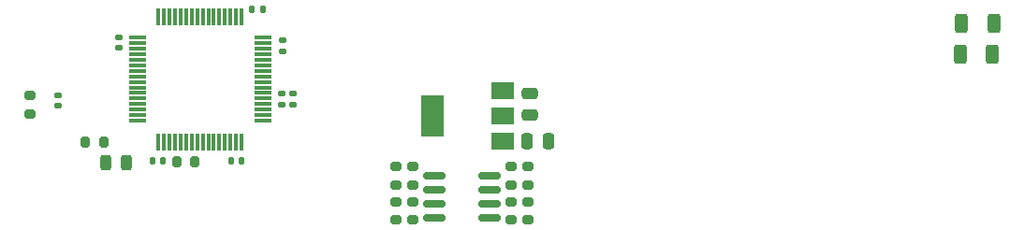
<source format=gbr>
%TF.GenerationSoftware,KiCad,Pcbnew,7.0.9*%
%TF.CreationDate,2025-01-29T17:13:48+09:00*%
%TF.ProjectId,04-RESCUE,30342d52-4553-4435-9545-2e6b69636164,rev?*%
%TF.SameCoordinates,Original*%
%TF.FileFunction,Paste,Bot*%
%TF.FilePolarity,Positive*%
%FSLAX46Y46*%
G04 Gerber Fmt 4.6, Leading zero omitted, Abs format (unit mm)*
G04 Created by KiCad (PCBNEW 7.0.9) date 2025-01-29 17:13:48*
%MOMM*%
%LPD*%
G01*
G04 APERTURE LIST*
G04 Aperture macros list*
%AMRoundRect*
0 Rectangle with rounded corners*
0 $1 Rounding radius*
0 $2 $3 $4 $5 $6 $7 $8 $9 X,Y pos of 4 corners*
0 Add a 4 corners polygon primitive as box body*
4,1,4,$2,$3,$4,$5,$6,$7,$8,$9,$2,$3,0*
0 Add four circle primitives for the rounded corners*
1,1,$1+$1,$2,$3*
1,1,$1+$1,$4,$5*
1,1,$1+$1,$6,$7*
1,1,$1+$1,$8,$9*
0 Add four rect primitives between the rounded corners*
20,1,$1+$1,$2,$3,$4,$5,0*
20,1,$1+$1,$4,$5,$6,$7,0*
20,1,$1+$1,$6,$7,$8,$9,0*
20,1,$1+$1,$8,$9,$2,$3,0*%
G04 Aperture macros list end*
%ADD10RoundRect,0.250000X-0.312500X-0.625000X0.312500X-0.625000X0.312500X0.625000X-0.312500X0.625000X0*%
%ADD11RoundRect,0.250000X0.312500X0.625000X-0.312500X0.625000X-0.312500X-0.625000X0.312500X-0.625000X0*%
%ADD12RoundRect,0.250000X0.475000X-0.250000X0.475000X0.250000X-0.475000X0.250000X-0.475000X-0.250000X0*%
%ADD13RoundRect,0.200000X0.275000X-0.200000X0.275000X0.200000X-0.275000X0.200000X-0.275000X-0.200000X0*%
%ADD14RoundRect,0.075000X0.700000X0.075000X-0.700000X0.075000X-0.700000X-0.075000X0.700000X-0.075000X0*%
%ADD15RoundRect,0.075000X0.075000X0.700000X-0.075000X0.700000X-0.075000X-0.700000X0.075000X-0.700000X0*%
%ADD16RoundRect,0.200000X-0.275000X0.200000X-0.275000X-0.200000X0.275000X-0.200000X0.275000X0.200000X0*%
%ADD17RoundRect,0.140000X-0.170000X0.140000X-0.170000X-0.140000X0.170000X-0.140000X0.170000X0.140000X0*%
%ADD18RoundRect,0.140000X0.140000X0.170000X-0.140000X0.170000X-0.140000X-0.170000X0.140000X-0.170000X0*%
%ADD19RoundRect,0.140000X0.170000X-0.140000X0.170000X0.140000X-0.170000X0.140000X-0.170000X-0.140000X0*%
%ADD20RoundRect,0.200000X-0.200000X-0.275000X0.200000X-0.275000X0.200000X0.275000X-0.200000X0.275000X0*%
%ADD21RoundRect,0.243750X-0.243750X-0.456250X0.243750X-0.456250X0.243750X0.456250X-0.243750X0.456250X0*%
%ADD22R,2.000000X1.500000*%
%ADD23R,2.000000X3.800000*%
%ADD24RoundRect,0.150000X-0.825000X-0.150000X0.825000X-0.150000X0.825000X0.150000X-0.825000X0.150000X0*%
%ADD25RoundRect,0.250000X-0.250000X-0.475000X0.250000X-0.475000X0.250000X0.475000X-0.250000X0.475000X0*%
G04 APERTURE END LIST*
D10*
%TO.C,R13*%
X145137500Y-76500000D03*
X148062500Y-76500000D03*
%TD*%
D11*
%TO.C,R12*%
X148162500Y-73700000D03*
X145237500Y-73700000D03*
%TD*%
D12*
%TO.C,C2*%
X106172000Y-81976000D03*
X106172000Y-80076000D03*
%TD*%
D13*
%TO.C,R8*%
X104521000Y-91503000D03*
X104521000Y-89853000D03*
%TD*%
D14*
%TO.C,U4*%
X82042000Y-74990000D03*
X82042000Y-75490000D03*
X82042000Y-75990000D03*
X82042000Y-76490000D03*
X82042000Y-76990000D03*
X82042000Y-77490000D03*
X82042000Y-77990000D03*
X82042000Y-78490000D03*
X82042000Y-78990000D03*
X82042000Y-79490000D03*
X82042000Y-79990000D03*
X82042000Y-80490000D03*
X82042000Y-80990000D03*
X82042000Y-81490000D03*
X82042000Y-81990000D03*
X82042000Y-82490000D03*
D15*
X80117000Y-84415000D03*
X79617000Y-84415000D03*
X79117000Y-84415000D03*
X78617000Y-84415000D03*
X78117000Y-84415000D03*
X77617000Y-84415000D03*
X77117000Y-84415000D03*
X76617000Y-84415000D03*
X76117000Y-84415000D03*
X75617000Y-84415000D03*
X75117000Y-84415000D03*
X74617000Y-84415000D03*
X74117000Y-84415000D03*
X73617000Y-84415000D03*
X73117000Y-84415000D03*
X72617000Y-84415000D03*
D14*
X70692000Y-82490000D03*
X70692000Y-81990000D03*
X70692000Y-81490000D03*
X70692000Y-80990000D03*
X70692000Y-80490000D03*
X70692000Y-79990000D03*
X70692000Y-79490000D03*
X70692000Y-78990000D03*
X70692000Y-78490000D03*
X70692000Y-77990000D03*
X70692000Y-77490000D03*
X70692000Y-76990000D03*
X70692000Y-76490000D03*
X70692000Y-75990000D03*
X70692000Y-75490000D03*
X70692000Y-74990000D03*
D15*
X72617000Y-73065000D03*
X73117000Y-73065000D03*
X73617000Y-73065000D03*
X74117000Y-73065000D03*
X74617000Y-73065000D03*
X75117000Y-73065000D03*
X75617000Y-73065000D03*
X76117000Y-73065000D03*
X76617000Y-73065000D03*
X77117000Y-73065000D03*
X77617000Y-73065000D03*
X78117000Y-73065000D03*
X78617000Y-73065000D03*
X79117000Y-73065000D03*
X79617000Y-73065000D03*
X80117000Y-73065000D03*
%TD*%
D16*
%TO.C,R3*%
X94107000Y-86678000D03*
X94107000Y-88328000D03*
%TD*%
D17*
%TO.C,C13*%
X84749000Y-80066000D03*
X84749000Y-81026000D03*
%TD*%
D18*
%TO.C,C11*%
X82042000Y-72390000D03*
X81082000Y-72390000D03*
%TD*%
D19*
%TO.C,C14*%
X83820000Y-76200000D03*
X83820000Y-75240000D03*
%TD*%
D20*
%TO.C,R5*%
X74272000Y-86233000D03*
X75922000Y-86233000D03*
%TD*%
D16*
%TO.C,R1*%
X106045000Y-86678000D03*
X106045000Y-88328000D03*
%TD*%
D20*
%TO.C,R11*%
X66000000Y-84400000D03*
X67650000Y-84400000D03*
%TD*%
D16*
%TO.C,R6*%
X94107000Y-89853000D03*
X94107000Y-91503000D03*
%TD*%
D17*
%TO.C,C12*%
X83733000Y-80066000D03*
X83733000Y-81026000D03*
%TD*%
D19*
%TO.C,C15*%
X63500000Y-81125000D03*
X63500000Y-80165000D03*
%TD*%
D18*
%TO.C,C9*%
X73037000Y-86106000D03*
X72077000Y-86106000D03*
%TD*%
D16*
%TO.C,R2*%
X106045000Y-89853000D03*
X106045000Y-91503000D03*
%TD*%
D19*
%TO.C,C10*%
X69001000Y-75918000D03*
X69001000Y-74958000D03*
%TD*%
D13*
%TO.C,R10*%
X95631000Y-91503000D03*
X95631000Y-89853000D03*
%TD*%
D21*
%TO.C,D1*%
X67862500Y-86300000D03*
X69737500Y-86300000D03*
%TD*%
D13*
%TO.C,R9*%
X95631000Y-88328000D03*
X95631000Y-86678000D03*
%TD*%
D22*
%TO.C,U5*%
X103734000Y-79742000D03*
X103734000Y-82042000D03*
D23*
X97434000Y-82042000D03*
D22*
X103734000Y-84342000D03*
%TD*%
D24*
%TO.C,U1*%
X97601000Y-91313000D03*
X97601000Y-90043000D03*
X97601000Y-88773000D03*
X97601000Y-87503000D03*
X102551000Y-87503000D03*
X102551000Y-88773000D03*
X102551000Y-90043000D03*
X102551000Y-91313000D03*
%TD*%
D25*
%TO.C,C1*%
X105984000Y-84328000D03*
X107884000Y-84328000D03*
%TD*%
D16*
%TO.C,R4*%
X60960000Y-80229000D03*
X60960000Y-81879000D03*
%TD*%
D13*
%TO.C,R7*%
X104521000Y-88328000D03*
X104521000Y-86678000D03*
%TD*%
D18*
%TO.C,C8*%
X80149000Y-86106000D03*
X79189000Y-86106000D03*
%TD*%
M02*

</source>
